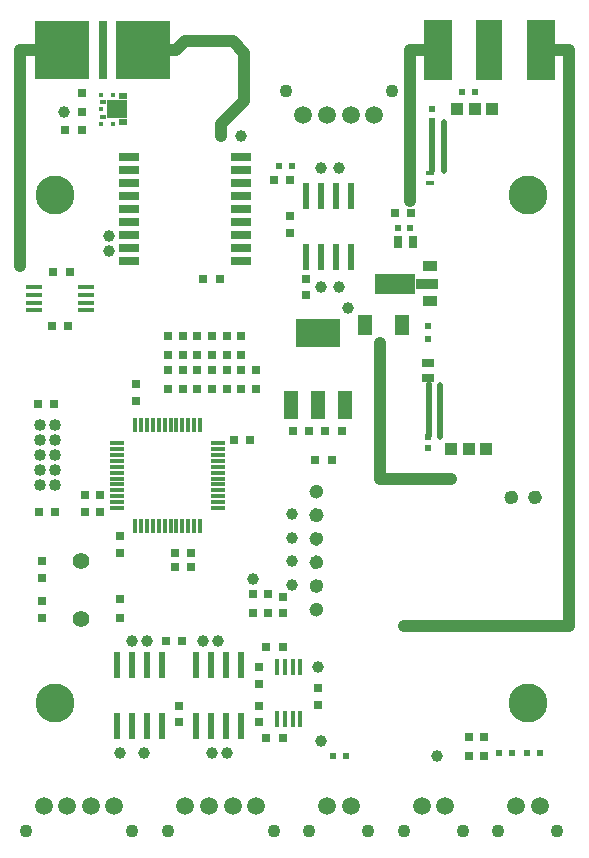
<source format=gts>
%FSLAX46Y46*%
G04 Gerber Fmt 4.6, Leading zero omitted, Abs format (unit mm)*
G04 Created by KiCad (PCBNEW (2014-jul-16 BZR unknown)-product) date Wed 23 Jul 2014 18:14:34 BST*
%MOMM*%
G01*
G04 APERTURE LIST*
%ADD10C,0.100000*%
%ADD11C,1.000000*%
%ADD12C,0.200000*%
%ADD13C,0.600000*%
%ADD14C,0.500000*%
%ADD15R,0.800000X0.700000*%
%ADD16R,0.700000X0.800000*%
%ADD17R,0.600000X0.600000*%
%ADD18R,1.200000X1.700000*%
%ADD19R,0.800000X0.800000*%
%ADD20R,0.400000X1.400000*%
%ADD21R,0.600000X2.200000*%
%ADD22R,1.800000X0.700000*%
%ADD23R,1.800000X0.800000*%
%ADD24R,0.300000X0.300000*%
%ADD25R,0.600000X0.350000*%
%ADD26R,1.700000X1.600000*%
%ADD27R,0.350000X0.600000*%
%ADD28R,0.300000X1.200000*%
%ADD29R,1.200000X0.300000*%
%ADD30R,1.400000X0.400000*%
%ADD31R,0.640000X1.020000*%
%ADD32R,1.020000X0.640000*%
%ADD33R,0.660000X0.360000*%
%ADD34C,1.016000*%
%ADD35R,0.500000X0.600000*%
%ADD36C,1.400000*%
%ADD37C,1.500000*%
%ADD38C,1.100000*%
%ADD39R,1.300000X2.400000*%
%ADD40R,3.800000X2.400000*%
%ADD41R,0.800000X5.000000*%
%ADD42R,4.650000X5.000000*%
%ADD43R,2.286000X5.080000*%
%ADD44R,2.413000X5.080000*%
%ADD45R,1.000000X1.000000*%
%ADD46C,1.000000*%
%ADD47R,1.900000X0.900000*%
%ADD48R,1.300000X0.900000*%
%ADD49R,3.500000X1.800000*%
%ADD50C,0.300000*%
%ADD51R,0.600000X0.500000*%
%ADD52C,3.300000*%
G04 APERTURE END LIST*
D10*
D11*
X47250000Y72250000D02*
X48500000Y72250000D01*
D12*
X37200000Y72250000D02*
X37200000Y72300000D01*
D11*
X35050000Y72250000D02*
X37200000Y72250000D01*
X15250000Y72250000D02*
X14250000Y72250000D01*
X16000000Y73000000D02*
X15250000Y72250000D01*
X2000000Y72250000D02*
X4200000Y72250000D01*
D13*
X45900000Y34400000D02*
G75*
G03X45900000Y34400000I-300000J0D01*
G74*
G01*
X43900000Y34400000D02*
G75*
G03X43900000Y34400000I-300000J0D01*
G74*
G01*
X27400000Y24900000D02*
G75*
G03X27400000Y24900000I-300000J0D01*
G74*
G01*
X27400000Y26900000D02*
G75*
G03X27400000Y26900000I-300000J0D01*
G74*
G01*
X27400000Y28900000D02*
G75*
G03X27400000Y28900000I-300000J0D01*
G74*
G01*
X27400000Y30900000D02*
G75*
G03X27400000Y30900000I-300000J0D01*
G74*
G01*
X27416228Y32900000D02*
G75*
G03X27416228Y32900000I-316228J0D01*
G74*
G01*
X27400000Y34900000D02*
G75*
G03X27400000Y34900000I-300000J0D01*
G74*
G01*
D11*
X32500000Y47500000D02*
X32500000Y36000000D01*
X48500000Y36000000D02*
X48500000Y23500000D01*
X32500000Y36000000D02*
X38500000Y36000000D01*
X48500000Y23500000D02*
X34500000Y23500000D01*
X48500000Y72000000D02*
X48500000Y36000000D01*
X19000000Y66000000D02*
X19000000Y65000000D01*
X21000000Y68000000D02*
X19000000Y66000000D01*
X21000000Y72000000D02*
X21000000Y68000000D01*
X20000000Y73000000D02*
X21000000Y72000000D01*
X16000000Y73000000D02*
X20000000Y73000000D01*
X2000000Y72000000D02*
X2000000Y54000000D01*
X35000000Y72000000D02*
X35000000Y59500000D01*
D14*
X36600000Y44000000D02*
X36600000Y39600000D01*
X37600000Y43900000D02*
X37600000Y39500000D01*
X36900000Y66200000D02*
X36900000Y62000000D01*
X37900000Y66200000D02*
X37900000Y62000000D01*
D15*
X15500000Y16750000D03*
X15500000Y15350000D03*
X22250000Y16750000D03*
X22250000Y15350000D03*
X24900000Y56800000D03*
X24900000Y58200000D03*
D16*
X23500000Y61250000D03*
X24900000Y61250000D03*
X15750000Y22250000D03*
X14350000Y22250000D03*
D15*
X22250000Y20000000D03*
X22250000Y18600000D03*
D16*
X24250000Y14000000D03*
X22850000Y14000000D03*
X24250000Y21750000D03*
X22850000Y21750000D03*
X29250000Y40000000D03*
X27850000Y40000000D03*
X26500000Y40000000D03*
X25100000Y40000000D03*
D15*
X26200000Y52900000D03*
X26200000Y51500000D03*
X27250000Y18250000D03*
X27250000Y16850000D03*
X24250000Y26000000D03*
X24250000Y24600000D03*
D16*
X4900000Y42300000D03*
X3500000Y42300000D03*
X27000000Y37600000D03*
X28400000Y37600000D03*
D17*
X34000000Y57250000D03*
X35000000Y57250000D03*
D16*
X33750000Y58500000D03*
X35150000Y58500000D03*
D18*
X31250000Y49000000D03*
X34350000Y49000000D03*
D17*
X36570000Y39550000D03*
X36570000Y38550000D03*
X36900000Y66250000D03*
X36900000Y67250000D03*
X37600000Y40800000D03*
X36600000Y40800000D03*
X37900000Y64670000D03*
X36900000Y64670000D03*
D15*
X7500000Y33200000D03*
X7500000Y34600000D03*
X10500000Y31100000D03*
X10500000Y29700000D03*
X8800000Y33200000D03*
X8800000Y34600000D03*
D16*
X20100000Y39300000D03*
X21500000Y39300000D03*
D15*
X11800000Y42600000D03*
X11800000Y44000000D03*
D16*
X16500000Y28500000D03*
X15100000Y28500000D03*
X16500000Y29700000D03*
X15100000Y29700000D03*
X17500000Y52900000D03*
X18900000Y52900000D03*
X7250000Y65500000D03*
X5850000Y65500000D03*
X4800000Y53500000D03*
X6200000Y53500000D03*
X4700000Y48900000D03*
X6100000Y48900000D03*
X5000000Y33200000D03*
X3600000Y33200000D03*
D15*
X3900000Y29000000D03*
X3900000Y27600000D03*
X3900000Y24200000D03*
X3900000Y25600000D03*
D19*
X19500000Y46450000D03*
X19500000Y48100000D03*
X20750000Y46450000D03*
X20750000Y48100000D03*
X18250000Y46450000D03*
X18250000Y48100000D03*
X15800000Y46450000D03*
X15800000Y48100000D03*
X17000000Y46450000D03*
X17000000Y48100000D03*
X14500000Y46450000D03*
X14500000Y48100000D03*
D20*
X25750000Y20000000D03*
X25100000Y20000000D03*
X24450000Y20000000D03*
X23800000Y20000000D03*
X23800000Y15600000D03*
X24450000Y15600000D03*
X25100000Y15600000D03*
X25750000Y15600000D03*
D21*
X20750000Y20250000D03*
X19480000Y20250000D03*
X18210000Y20250000D03*
X16940000Y20250000D03*
X16940000Y15043000D03*
X18210000Y15043000D03*
X19480000Y15043000D03*
X20750000Y15043000D03*
X14000000Y20250000D03*
X12730000Y20250000D03*
X11460000Y20250000D03*
X10190000Y20250000D03*
X10190000Y15043000D03*
X11460000Y15043000D03*
X12730000Y15043000D03*
X14000000Y15043000D03*
X26250000Y54750000D03*
X27520000Y54750000D03*
X28790000Y54750000D03*
X30060000Y54750000D03*
X30060000Y59957000D03*
X28790000Y59957000D03*
X27520000Y59957000D03*
X26250000Y59957000D03*
D22*
X11250000Y63250000D03*
D23*
X11250000Y62150000D03*
X11250000Y61050000D03*
X11250000Y59950000D03*
X11250000Y58850000D03*
X11250000Y57750000D03*
X11250000Y56650000D03*
X11250000Y55550000D03*
D22*
X11250000Y54450000D03*
X20750000Y63250000D03*
X20750000Y54450000D03*
D23*
X20750000Y62150000D03*
X20750000Y61050000D03*
X20750000Y59950000D03*
X20750000Y58850000D03*
X20750000Y57750000D03*
X20750000Y56650000D03*
X20750000Y55550000D03*
D24*
X8900000Y66000000D03*
X8900000Y68500000D03*
X8900000Y67250000D03*
X9900000Y66000000D03*
X9900000Y68500000D03*
D25*
X9050000Y66625000D03*
X9050000Y67875000D03*
D26*
X10200000Y67250000D03*
D27*
X10875000Y66150000D03*
X10875000Y68350000D03*
X10525000Y68350000D03*
X10525000Y66150000D03*
D28*
X11750000Y32000000D03*
X12250000Y32000000D03*
X12750000Y32000000D03*
X13250000Y32000000D03*
X13750000Y32000000D03*
X14250000Y32000000D03*
X14750000Y32000000D03*
X15250000Y32000000D03*
X15750000Y32000000D03*
X16250000Y32000000D03*
X16750000Y32000000D03*
X17250000Y32000000D03*
D29*
X18750000Y33500000D03*
X18750000Y34000000D03*
X18750000Y34500000D03*
X18750000Y35000000D03*
X18750000Y35500000D03*
X18750000Y36000000D03*
X18750000Y36500000D03*
X18750000Y37000000D03*
X18750000Y37500000D03*
X18750000Y38000000D03*
X18750000Y38500000D03*
X18750000Y39000000D03*
D28*
X17250000Y40500000D03*
X16750000Y40500000D03*
X16250000Y40500000D03*
X15750000Y40500000D03*
X15250000Y40500000D03*
X14750000Y40500000D03*
X14250000Y40500000D03*
X13750000Y40500000D03*
X13250000Y40500000D03*
X12750000Y40500000D03*
X12250000Y40500000D03*
X11750000Y40500000D03*
D29*
X10250000Y39000000D03*
X10250000Y38500000D03*
X10250000Y38000000D03*
X10250000Y37500000D03*
X10250000Y37000000D03*
X10250000Y36500000D03*
X10250000Y36000000D03*
X10250000Y35500000D03*
X10250000Y35000000D03*
X10250000Y34500000D03*
X10250000Y34000000D03*
X10250000Y33500000D03*
D30*
X3200000Y52200000D03*
X3200000Y51550000D03*
X3200000Y50900000D03*
X3200000Y50250000D03*
X7600000Y50250000D03*
X7600000Y50900000D03*
X7600000Y51550000D03*
X7600000Y52200000D03*
D31*
X35250000Y56000000D03*
X33970000Y56000000D03*
D32*
X36580000Y45790000D03*
X36580000Y44510000D03*
D33*
X36760000Y61860000D03*
X36760000Y61040000D03*
D34*
X3730000Y40500000D03*
X5000000Y40500000D03*
X3730000Y39230000D03*
X5000000Y39230000D03*
X3730000Y37960000D03*
X5000000Y37960000D03*
X3730000Y36690000D03*
X5000000Y36690000D03*
X3730000Y35420000D03*
X5000000Y35420000D03*
D19*
X21750000Y26250000D03*
X21750000Y24650000D03*
X23000000Y26250000D03*
X23000000Y24650000D03*
D35*
X36580000Y48890000D03*
X36580000Y47790000D03*
D19*
X41250000Y12500000D03*
X41250000Y14100000D03*
X40000000Y12500000D03*
X40000000Y14100000D03*
X7250000Y67000000D03*
X7250000Y68600000D03*
X20750000Y45200000D03*
X20750000Y43600000D03*
X19500000Y45200000D03*
X19500000Y43600000D03*
X22000000Y45200000D03*
X22000000Y43600000D03*
X18250000Y45200000D03*
X18250000Y43600000D03*
X15800000Y45200000D03*
X15800000Y43600000D03*
X17000000Y45200000D03*
X17000000Y43600000D03*
X14500000Y45200000D03*
X14500000Y43600000D03*
X10500000Y24200000D03*
X10500000Y25800000D03*
D36*
X7200000Y29000000D03*
X7200000Y24120000D03*
D37*
X26000000Y66750000D03*
X28000000Y66750000D03*
X30000000Y66750000D03*
X32000000Y66750000D03*
D38*
X24500000Y68850000D03*
X33500000Y68850000D03*
D37*
X10000000Y8250000D03*
X8000000Y8250000D03*
X6000000Y8250000D03*
X4000000Y8250000D03*
D38*
X11500000Y6150000D03*
X2500000Y6150000D03*
D37*
X22000000Y8250000D03*
X20000000Y8250000D03*
X18000000Y8250000D03*
X16000000Y8250000D03*
D38*
X23500000Y6150000D03*
X14500000Y6150000D03*
D37*
X46000000Y8250000D03*
X44000000Y8250000D03*
D38*
X47500000Y6150000D03*
X42500000Y6150000D03*
D37*
X30000000Y8250000D03*
X28000000Y8250000D03*
D38*
X31500000Y6150000D03*
X26500000Y6150000D03*
D37*
X38000000Y8250000D03*
X36000000Y8250000D03*
D38*
X39500000Y6150000D03*
X34500000Y6150000D03*
D39*
X27250000Y42250000D03*
X24950000Y42250000D03*
X29550000Y42250000D03*
D40*
X27250000Y48350000D03*
D41*
X9000000Y72250000D03*
D42*
X5575000Y72250000D03*
X12425000Y72250000D03*
X5575000Y72250000D03*
X12425000Y72250000D03*
D43*
X41750000Y72250000D03*
D44*
X37368500Y72250000D03*
X46131500Y72250000D03*
X37368500Y72250000D03*
X46131500Y72250000D03*
D45*
X40500000Y67250000D03*
X39000000Y67250000D03*
X42000000Y67250000D03*
X40000000Y38500000D03*
X41500000Y38500000D03*
X38500000Y38500000D03*
D46*
X25000000Y27000000D03*
X25000000Y29000000D03*
X25000000Y31000000D03*
X25000000Y33000000D03*
X9500000Y56500000D03*
X9500000Y55250000D03*
X20750000Y65000000D03*
X5750000Y67000000D03*
X18750000Y22250000D03*
X17500000Y22250000D03*
X27500000Y52250000D03*
X29000000Y52250000D03*
X21750000Y27500000D03*
X37300000Y12500000D03*
X27500000Y13750000D03*
X29000000Y62250000D03*
X27500000Y62250000D03*
X10500000Y12750000D03*
X11500000Y22250000D03*
X18250000Y12750000D03*
X12500000Y12750000D03*
X12750000Y22250000D03*
X19500000Y12750000D03*
X29800000Y50400000D03*
X27250000Y20000000D03*
D47*
X36450000Y52500000D03*
D48*
X36750000Y51000000D03*
X36750000Y54000000D03*
D49*
X33750000Y52500000D03*
D50*
X36450000Y52500000D03*
X37050000Y52500000D03*
X35850000Y52500000D03*
X35250000Y52500000D03*
X34650000Y52500000D03*
X34050000Y52500000D03*
X33450000Y52500000D03*
X32850000Y52500000D03*
X32250000Y52500000D03*
X35250000Y53000000D03*
X34650000Y53000000D03*
X34050000Y53000000D03*
X33450000Y53000000D03*
X32850000Y53000000D03*
X32850000Y52000000D03*
X33450000Y52000000D03*
X34050000Y52000000D03*
X34650000Y52000000D03*
X35250000Y52000000D03*
X32250000Y52000000D03*
X32250000Y53000000D03*
D51*
X25000000Y62500000D03*
X23900000Y62500000D03*
X28500000Y12500000D03*
X29600000Y12500000D03*
X40500000Y68700000D03*
X39400000Y68700000D03*
X43700000Y12800000D03*
X42600000Y12800000D03*
X44900000Y12800000D03*
X46000000Y12800000D03*
D52*
X45000000Y17000000D03*
X5000000Y60000000D03*
X45000000Y60000000D03*
X5000000Y17000000D03*
M02*

</source>
